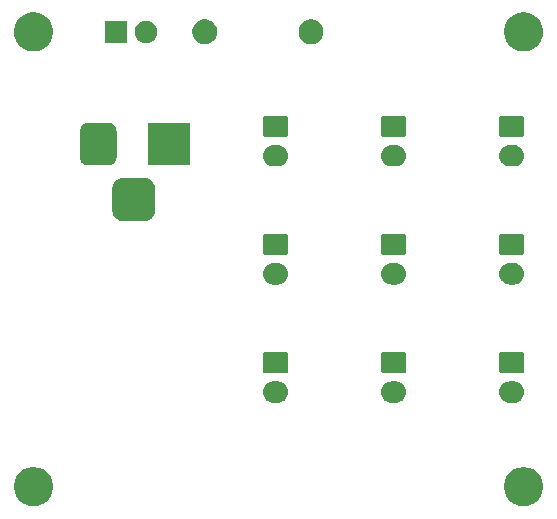
<source format=gbr>
G04 #@! TF.GenerationSoftware,KiCad,Pcbnew,(5.1.4)-1*
G04 #@! TF.CreationDate,2020-10-16T13:25:57+03:00*
G04 #@! TF.ProjectId,12V5A_breakout,31325635-415f-4627-9265-616b6f75742e,rev?*
G04 #@! TF.SameCoordinates,Original*
G04 #@! TF.FileFunction,Soldermask,Bot*
G04 #@! TF.FilePolarity,Negative*
%FSLAX46Y46*%
G04 Gerber Fmt 4.6, Leading zero omitted, Abs format (unit mm)*
G04 Created by KiCad (PCBNEW (5.1.4)-1) date 2020-10-16 13:25:57*
%MOMM*%
%LPD*%
G04 APERTURE LIST*
%ADD10C,0.100000*%
G04 APERTURE END LIST*
D10*
G36*
X120375256Y-79891298D02*
G01*
X120481579Y-79912447D01*
X120782042Y-80036903D01*
X121052451Y-80217585D01*
X121282415Y-80447549D01*
X121463097Y-80717958D01*
X121587553Y-81018421D01*
X121651000Y-81337391D01*
X121651000Y-81662609D01*
X121587553Y-81981579D01*
X121463097Y-82282042D01*
X121282415Y-82552451D01*
X121052451Y-82782415D01*
X120782042Y-82963097D01*
X120481579Y-83087553D01*
X120375256Y-83108702D01*
X120162611Y-83151000D01*
X119837389Y-83151000D01*
X119624744Y-83108702D01*
X119518421Y-83087553D01*
X119217958Y-82963097D01*
X118947549Y-82782415D01*
X118717585Y-82552451D01*
X118536903Y-82282042D01*
X118412447Y-81981579D01*
X118349000Y-81662609D01*
X118349000Y-81337391D01*
X118412447Y-81018421D01*
X118536903Y-80717958D01*
X118717585Y-80447549D01*
X118947549Y-80217585D01*
X119217958Y-80036903D01*
X119518421Y-79912447D01*
X119624744Y-79891298D01*
X119837389Y-79849000D01*
X120162611Y-79849000D01*
X120375256Y-79891298D01*
X120375256Y-79891298D01*
G37*
G36*
X78875256Y-79891298D02*
G01*
X78981579Y-79912447D01*
X79282042Y-80036903D01*
X79552451Y-80217585D01*
X79782415Y-80447549D01*
X79963097Y-80717958D01*
X80087553Y-81018421D01*
X80151000Y-81337391D01*
X80151000Y-81662609D01*
X80087553Y-81981579D01*
X79963097Y-82282042D01*
X79782415Y-82552451D01*
X79552451Y-82782415D01*
X79282042Y-82963097D01*
X78981579Y-83087553D01*
X78875256Y-83108702D01*
X78662611Y-83151000D01*
X78337389Y-83151000D01*
X78124744Y-83108702D01*
X78018421Y-83087553D01*
X77717958Y-82963097D01*
X77447549Y-82782415D01*
X77217585Y-82552451D01*
X77036903Y-82282042D01*
X76912447Y-81981579D01*
X76849000Y-81662609D01*
X76849000Y-81337391D01*
X76912447Y-81018421D01*
X77036903Y-80717958D01*
X77217585Y-80447549D01*
X77447549Y-80217585D01*
X77717958Y-80036903D01*
X78018421Y-79912447D01*
X78124744Y-79891298D01*
X78337389Y-79849000D01*
X78662611Y-79849000D01*
X78875256Y-79891298D01*
X78875256Y-79891298D01*
G37*
G36*
X119260443Y-72605519D02*
G01*
X119326627Y-72612037D01*
X119496466Y-72663557D01*
X119652991Y-72747222D01*
X119688729Y-72776552D01*
X119790186Y-72859814D01*
X119873448Y-72961271D01*
X119902778Y-72997009D01*
X119986443Y-73153534D01*
X120037963Y-73323373D01*
X120055359Y-73500000D01*
X120037963Y-73676627D01*
X119986443Y-73846466D01*
X119902778Y-74002991D01*
X119873448Y-74038729D01*
X119790186Y-74140186D01*
X119688729Y-74223448D01*
X119652991Y-74252778D01*
X119496466Y-74336443D01*
X119326627Y-74387963D01*
X119260442Y-74394482D01*
X119194260Y-74401000D01*
X118805740Y-74401000D01*
X118739558Y-74394482D01*
X118673373Y-74387963D01*
X118503534Y-74336443D01*
X118347009Y-74252778D01*
X118311271Y-74223448D01*
X118209814Y-74140186D01*
X118126552Y-74038729D01*
X118097222Y-74002991D01*
X118013557Y-73846466D01*
X117962037Y-73676627D01*
X117944641Y-73500000D01*
X117962037Y-73323373D01*
X118013557Y-73153534D01*
X118097222Y-72997009D01*
X118126552Y-72961271D01*
X118209814Y-72859814D01*
X118311271Y-72776552D01*
X118347009Y-72747222D01*
X118503534Y-72663557D01*
X118673373Y-72612037D01*
X118739557Y-72605519D01*
X118805740Y-72599000D01*
X119194260Y-72599000D01*
X119260443Y-72605519D01*
X119260443Y-72605519D01*
G37*
G36*
X109260443Y-72605519D02*
G01*
X109326627Y-72612037D01*
X109496466Y-72663557D01*
X109652991Y-72747222D01*
X109688729Y-72776552D01*
X109790186Y-72859814D01*
X109873448Y-72961271D01*
X109902778Y-72997009D01*
X109986443Y-73153534D01*
X110037963Y-73323373D01*
X110055359Y-73500000D01*
X110037963Y-73676627D01*
X109986443Y-73846466D01*
X109902778Y-74002991D01*
X109873448Y-74038729D01*
X109790186Y-74140186D01*
X109688729Y-74223448D01*
X109652991Y-74252778D01*
X109496466Y-74336443D01*
X109326627Y-74387963D01*
X109260442Y-74394482D01*
X109194260Y-74401000D01*
X108805740Y-74401000D01*
X108739558Y-74394482D01*
X108673373Y-74387963D01*
X108503534Y-74336443D01*
X108347009Y-74252778D01*
X108311271Y-74223448D01*
X108209814Y-74140186D01*
X108126552Y-74038729D01*
X108097222Y-74002991D01*
X108013557Y-73846466D01*
X107962037Y-73676627D01*
X107944641Y-73500000D01*
X107962037Y-73323373D01*
X108013557Y-73153534D01*
X108097222Y-72997009D01*
X108126552Y-72961271D01*
X108209814Y-72859814D01*
X108311271Y-72776552D01*
X108347009Y-72747222D01*
X108503534Y-72663557D01*
X108673373Y-72612037D01*
X108739557Y-72605519D01*
X108805740Y-72599000D01*
X109194260Y-72599000D01*
X109260443Y-72605519D01*
X109260443Y-72605519D01*
G37*
G36*
X99260443Y-72605519D02*
G01*
X99326627Y-72612037D01*
X99496466Y-72663557D01*
X99652991Y-72747222D01*
X99688729Y-72776552D01*
X99790186Y-72859814D01*
X99873448Y-72961271D01*
X99902778Y-72997009D01*
X99986443Y-73153534D01*
X100037963Y-73323373D01*
X100055359Y-73500000D01*
X100037963Y-73676627D01*
X99986443Y-73846466D01*
X99902778Y-74002991D01*
X99873448Y-74038729D01*
X99790186Y-74140186D01*
X99688729Y-74223448D01*
X99652991Y-74252778D01*
X99496466Y-74336443D01*
X99326627Y-74387963D01*
X99260442Y-74394482D01*
X99194260Y-74401000D01*
X98805740Y-74401000D01*
X98739558Y-74394482D01*
X98673373Y-74387963D01*
X98503534Y-74336443D01*
X98347009Y-74252778D01*
X98311271Y-74223448D01*
X98209814Y-74140186D01*
X98126552Y-74038729D01*
X98097222Y-74002991D01*
X98013557Y-73846466D01*
X97962037Y-73676627D01*
X97944641Y-73500000D01*
X97962037Y-73323373D01*
X98013557Y-73153534D01*
X98097222Y-72997009D01*
X98126552Y-72961271D01*
X98209814Y-72859814D01*
X98311271Y-72776552D01*
X98347009Y-72747222D01*
X98503534Y-72663557D01*
X98673373Y-72612037D01*
X98739557Y-72605519D01*
X98805740Y-72599000D01*
X99194260Y-72599000D01*
X99260443Y-72605519D01*
X99260443Y-72605519D01*
G37*
G36*
X119908600Y-70102989D02*
G01*
X119941652Y-70113015D01*
X119972103Y-70129292D01*
X119998799Y-70151201D01*
X120020708Y-70177897D01*
X120036985Y-70208348D01*
X120047011Y-70241400D01*
X120051000Y-70281903D01*
X120051000Y-71718097D01*
X120047011Y-71758600D01*
X120036985Y-71791652D01*
X120020708Y-71822103D01*
X119998799Y-71848799D01*
X119972103Y-71870708D01*
X119941652Y-71886985D01*
X119908600Y-71897011D01*
X119868097Y-71901000D01*
X118131903Y-71901000D01*
X118091400Y-71897011D01*
X118058348Y-71886985D01*
X118027897Y-71870708D01*
X118001201Y-71848799D01*
X117979292Y-71822103D01*
X117963015Y-71791652D01*
X117952989Y-71758600D01*
X117949000Y-71718097D01*
X117949000Y-70281903D01*
X117952989Y-70241400D01*
X117963015Y-70208348D01*
X117979292Y-70177897D01*
X118001201Y-70151201D01*
X118027897Y-70129292D01*
X118058348Y-70113015D01*
X118091400Y-70102989D01*
X118131903Y-70099000D01*
X119868097Y-70099000D01*
X119908600Y-70102989D01*
X119908600Y-70102989D01*
G37*
G36*
X109908600Y-70102989D02*
G01*
X109941652Y-70113015D01*
X109972103Y-70129292D01*
X109998799Y-70151201D01*
X110020708Y-70177897D01*
X110036985Y-70208348D01*
X110047011Y-70241400D01*
X110051000Y-70281903D01*
X110051000Y-71718097D01*
X110047011Y-71758600D01*
X110036985Y-71791652D01*
X110020708Y-71822103D01*
X109998799Y-71848799D01*
X109972103Y-71870708D01*
X109941652Y-71886985D01*
X109908600Y-71897011D01*
X109868097Y-71901000D01*
X108131903Y-71901000D01*
X108091400Y-71897011D01*
X108058348Y-71886985D01*
X108027897Y-71870708D01*
X108001201Y-71848799D01*
X107979292Y-71822103D01*
X107963015Y-71791652D01*
X107952989Y-71758600D01*
X107949000Y-71718097D01*
X107949000Y-70281903D01*
X107952989Y-70241400D01*
X107963015Y-70208348D01*
X107979292Y-70177897D01*
X108001201Y-70151201D01*
X108027897Y-70129292D01*
X108058348Y-70113015D01*
X108091400Y-70102989D01*
X108131903Y-70099000D01*
X109868097Y-70099000D01*
X109908600Y-70102989D01*
X109908600Y-70102989D01*
G37*
G36*
X99908600Y-70102989D02*
G01*
X99941652Y-70113015D01*
X99972103Y-70129292D01*
X99998799Y-70151201D01*
X100020708Y-70177897D01*
X100036985Y-70208348D01*
X100047011Y-70241400D01*
X100051000Y-70281903D01*
X100051000Y-71718097D01*
X100047011Y-71758600D01*
X100036985Y-71791652D01*
X100020708Y-71822103D01*
X99998799Y-71848799D01*
X99972103Y-71870708D01*
X99941652Y-71886985D01*
X99908600Y-71897011D01*
X99868097Y-71901000D01*
X98131903Y-71901000D01*
X98091400Y-71897011D01*
X98058348Y-71886985D01*
X98027897Y-71870708D01*
X98001201Y-71848799D01*
X97979292Y-71822103D01*
X97963015Y-71791652D01*
X97952989Y-71758600D01*
X97949000Y-71718097D01*
X97949000Y-70281903D01*
X97952989Y-70241400D01*
X97963015Y-70208348D01*
X97979292Y-70177897D01*
X98001201Y-70151201D01*
X98027897Y-70129292D01*
X98058348Y-70113015D01*
X98091400Y-70102989D01*
X98131903Y-70099000D01*
X99868097Y-70099000D01*
X99908600Y-70102989D01*
X99908600Y-70102989D01*
G37*
G36*
X99260442Y-62605518D02*
G01*
X99326627Y-62612037D01*
X99496466Y-62663557D01*
X99652991Y-62747222D01*
X99688729Y-62776552D01*
X99790186Y-62859814D01*
X99873448Y-62961271D01*
X99902778Y-62997009D01*
X99986443Y-63153534D01*
X100037963Y-63323373D01*
X100055359Y-63500000D01*
X100037963Y-63676627D01*
X99986443Y-63846466D01*
X99902778Y-64002991D01*
X99873448Y-64038729D01*
X99790186Y-64140186D01*
X99688729Y-64223448D01*
X99652991Y-64252778D01*
X99496466Y-64336443D01*
X99326627Y-64387963D01*
X99260442Y-64394482D01*
X99194260Y-64401000D01*
X98805740Y-64401000D01*
X98739558Y-64394482D01*
X98673373Y-64387963D01*
X98503534Y-64336443D01*
X98347009Y-64252778D01*
X98311271Y-64223448D01*
X98209814Y-64140186D01*
X98126552Y-64038729D01*
X98097222Y-64002991D01*
X98013557Y-63846466D01*
X97962037Y-63676627D01*
X97944641Y-63500000D01*
X97962037Y-63323373D01*
X98013557Y-63153534D01*
X98097222Y-62997009D01*
X98126552Y-62961271D01*
X98209814Y-62859814D01*
X98311271Y-62776552D01*
X98347009Y-62747222D01*
X98503534Y-62663557D01*
X98673373Y-62612037D01*
X98739558Y-62605518D01*
X98805740Y-62599000D01*
X99194260Y-62599000D01*
X99260442Y-62605518D01*
X99260442Y-62605518D01*
G37*
G36*
X119260442Y-62605518D02*
G01*
X119326627Y-62612037D01*
X119496466Y-62663557D01*
X119652991Y-62747222D01*
X119688729Y-62776552D01*
X119790186Y-62859814D01*
X119873448Y-62961271D01*
X119902778Y-62997009D01*
X119986443Y-63153534D01*
X120037963Y-63323373D01*
X120055359Y-63500000D01*
X120037963Y-63676627D01*
X119986443Y-63846466D01*
X119902778Y-64002991D01*
X119873448Y-64038729D01*
X119790186Y-64140186D01*
X119688729Y-64223448D01*
X119652991Y-64252778D01*
X119496466Y-64336443D01*
X119326627Y-64387963D01*
X119260442Y-64394482D01*
X119194260Y-64401000D01*
X118805740Y-64401000D01*
X118739558Y-64394482D01*
X118673373Y-64387963D01*
X118503534Y-64336443D01*
X118347009Y-64252778D01*
X118311271Y-64223448D01*
X118209814Y-64140186D01*
X118126552Y-64038729D01*
X118097222Y-64002991D01*
X118013557Y-63846466D01*
X117962037Y-63676627D01*
X117944641Y-63500000D01*
X117962037Y-63323373D01*
X118013557Y-63153534D01*
X118097222Y-62997009D01*
X118126552Y-62961271D01*
X118209814Y-62859814D01*
X118311271Y-62776552D01*
X118347009Y-62747222D01*
X118503534Y-62663557D01*
X118673373Y-62612037D01*
X118739558Y-62605518D01*
X118805740Y-62599000D01*
X119194260Y-62599000D01*
X119260442Y-62605518D01*
X119260442Y-62605518D01*
G37*
G36*
X109260442Y-62605518D02*
G01*
X109326627Y-62612037D01*
X109496466Y-62663557D01*
X109652991Y-62747222D01*
X109688729Y-62776552D01*
X109790186Y-62859814D01*
X109873448Y-62961271D01*
X109902778Y-62997009D01*
X109986443Y-63153534D01*
X110037963Y-63323373D01*
X110055359Y-63500000D01*
X110037963Y-63676627D01*
X109986443Y-63846466D01*
X109902778Y-64002991D01*
X109873448Y-64038729D01*
X109790186Y-64140186D01*
X109688729Y-64223448D01*
X109652991Y-64252778D01*
X109496466Y-64336443D01*
X109326627Y-64387963D01*
X109260442Y-64394482D01*
X109194260Y-64401000D01*
X108805740Y-64401000D01*
X108739558Y-64394482D01*
X108673373Y-64387963D01*
X108503534Y-64336443D01*
X108347009Y-64252778D01*
X108311271Y-64223448D01*
X108209814Y-64140186D01*
X108126552Y-64038729D01*
X108097222Y-64002991D01*
X108013557Y-63846466D01*
X107962037Y-63676627D01*
X107944641Y-63500000D01*
X107962037Y-63323373D01*
X108013557Y-63153534D01*
X108097222Y-62997009D01*
X108126552Y-62961271D01*
X108209814Y-62859814D01*
X108311271Y-62776552D01*
X108347009Y-62747222D01*
X108503534Y-62663557D01*
X108673373Y-62612037D01*
X108739558Y-62605518D01*
X108805740Y-62599000D01*
X109194260Y-62599000D01*
X109260442Y-62605518D01*
X109260442Y-62605518D01*
G37*
G36*
X99908600Y-60102989D02*
G01*
X99941652Y-60113015D01*
X99972103Y-60129292D01*
X99998799Y-60151201D01*
X100020708Y-60177897D01*
X100036985Y-60208348D01*
X100047011Y-60241400D01*
X100051000Y-60281903D01*
X100051000Y-61718097D01*
X100047011Y-61758600D01*
X100036985Y-61791652D01*
X100020708Y-61822103D01*
X99998799Y-61848799D01*
X99972103Y-61870708D01*
X99941652Y-61886985D01*
X99908600Y-61897011D01*
X99868097Y-61901000D01*
X98131903Y-61901000D01*
X98091400Y-61897011D01*
X98058348Y-61886985D01*
X98027897Y-61870708D01*
X98001201Y-61848799D01*
X97979292Y-61822103D01*
X97963015Y-61791652D01*
X97952989Y-61758600D01*
X97949000Y-61718097D01*
X97949000Y-60281903D01*
X97952989Y-60241400D01*
X97963015Y-60208348D01*
X97979292Y-60177897D01*
X98001201Y-60151201D01*
X98027897Y-60129292D01*
X98058348Y-60113015D01*
X98091400Y-60102989D01*
X98131903Y-60099000D01*
X99868097Y-60099000D01*
X99908600Y-60102989D01*
X99908600Y-60102989D01*
G37*
G36*
X109908600Y-60102989D02*
G01*
X109941652Y-60113015D01*
X109972103Y-60129292D01*
X109998799Y-60151201D01*
X110020708Y-60177897D01*
X110036985Y-60208348D01*
X110047011Y-60241400D01*
X110051000Y-60281903D01*
X110051000Y-61718097D01*
X110047011Y-61758600D01*
X110036985Y-61791652D01*
X110020708Y-61822103D01*
X109998799Y-61848799D01*
X109972103Y-61870708D01*
X109941652Y-61886985D01*
X109908600Y-61897011D01*
X109868097Y-61901000D01*
X108131903Y-61901000D01*
X108091400Y-61897011D01*
X108058348Y-61886985D01*
X108027897Y-61870708D01*
X108001201Y-61848799D01*
X107979292Y-61822103D01*
X107963015Y-61791652D01*
X107952989Y-61758600D01*
X107949000Y-61718097D01*
X107949000Y-60281903D01*
X107952989Y-60241400D01*
X107963015Y-60208348D01*
X107979292Y-60177897D01*
X108001201Y-60151201D01*
X108027897Y-60129292D01*
X108058348Y-60113015D01*
X108091400Y-60102989D01*
X108131903Y-60099000D01*
X109868097Y-60099000D01*
X109908600Y-60102989D01*
X109908600Y-60102989D01*
G37*
G36*
X119908600Y-60102989D02*
G01*
X119941652Y-60113015D01*
X119972103Y-60129292D01*
X119998799Y-60151201D01*
X120020708Y-60177897D01*
X120036985Y-60208348D01*
X120047011Y-60241400D01*
X120051000Y-60281903D01*
X120051000Y-61718097D01*
X120047011Y-61758600D01*
X120036985Y-61791652D01*
X120020708Y-61822103D01*
X119998799Y-61848799D01*
X119972103Y-61870708D01*
X119941652Y-61886985D01*
X119908600Y-61897011D01*
X119868097Y-61901000D01*
X118131903Y-61901000D01*
X118091400Y-61897011D01*
X118058348Y-61886985D01*
X118027897Y-61870708D01*
X118001201Y-61848799D01*
X117979292Y-61822103D01*
X117963015Y-61791652D01*
X117952989Y-61758600D01*
X117949000Y-61718097D01*
X117949000Y-60281903D01*
X117952989Y-60241400D01*
X117963015Y-60208348D01*
X117979292Y-60177897D01*
X118001201Y-60151201D01*
X118027897Y-60129292D01*
X118058348Y-60113015D01*
X118091400Y-60102989D01*
X118131903Y-60099000D01*
X119868097Y-60099000D01*
X119908600Y-60102989D01*
X119908600Y-60102989D01*
G37*
G36*
X88126366Y-55415695D02*
G01*
X88283460Y-55463349D01*
X88428231Y-55540731D01*
X88555128Y-55644872D01*
X88659269Y-55771769D01*
X88736651Y-55916540D01*
X88784305Y-56073634D01*
X88801000Y-56243140D01*
X88801000Y-58156860D01*
X88784305Y-58326366D01*
X88736651Y-58483460D01*
X88659269Y-58628231D01*
X88555128Y-58755128D01*
X88428231Y-58859269D01*
X88283460Y-58936651D01*
X88126366Y-58984305D01*
X87956860Y-59001000D01*
X86043140Y-59001000D01*
X85873634Y-58984305D01*
X85716540Y-58936651D01*
X85571769Y-58859269D01*
X85444872Y-58755128D01*
X85340731Y-58628231D01*
X85263349Y-58483460D01*
X85215695Y-58326366D01*
X85199000Y-58156860D01*
X85199000Y-56243140D01*
X85215695Y-56073634D01*
X85263349Y-55916540D01*
X85340731Y-55771769D01*
X85444872Y-55644872D01*
X85571769Y-55540731D01*
X85716540Y-55463349D01*
X85873634Y-55415695D01*
X86043140Y-55399000D01*
X87956860Y-55399000D01*
X88126366Y-55415695D01*
X88126366Y-55415695D01*
G37*
G36*
X99260443Y-52605519D02*
G01*
X99326627Y-52612037D01*
X99496466Y-52663557D01*
X99652991Y-52747222D01*
X99688729Y-52776552D01*
X99790186Y-52859814D01*
X99873448Y-52961271D01*
X99902778Y-52997009D01*
X99986443Y-53153534D01*
X100037963Y-53323373D01*
X100055359Y-53500000D01*
X100037963Y-53676627D01*
X99986443Y-53846466D01*
X99902778Y-54002991D01*
X99873448Y-54038729D01*
X99790186Y-54140186D01*
X99688729Y-54223448D01*
X99652991Y-54252778D01*
X99496466Y-54336443D01*
X99326627Y-54387963D01*
X99260443Y-54394481D01*
X99194260Y-54401000D01*
X98805740Y-54401000D01*
X98739557Y-54394481D01*
X98673373Y-54387963D01*
X98503534Y-54336443D01*
X98347009Y-54252778D01*
X98311271Y-54223448D01*
X98209814Y-54140186D01*
X98126552Y-54038729D01*
X98097222Y-54002991D01*
X98013557Y-53846466D01*
X97962037Y-53676627D01*
X97944641Y-53500000D01*
X97962037Y-53323373D01*
X98013557Y-53153534D01*
X98097222Y-52997009D01*
X98126552Y-52961271D01*
X98209814Y-52859814D01*
X98311271Y-52776552D01*
X98347009Y-52747222D01*
X98503534Y-52663557D01*
X98673373Y-52612037D01*
X98739557Y-52605519D01*
X98805740Y-52599000D01*
X99194260Y-52599000D01*
X99260443Y-52605519D01*
X99260443Y-52605519D01*
G37*
G36*
X119260443Y-52605519D02*
G01*
X119326627Y-52612037D01*
X119496466Y-52663557D01*
X119652991Y-52747222D01*
X119688729Y-52776552D01*
X119790186Y-52859814D01*
X119873448Y-52961271D01*
X119902778Y-52997009D01*
X119986443Y-53153534D01*
X120037963Y-53323373D01*
X120055359Y-53500000D01*
X120037963Y-53676627D01*
X119986443Y-53846466D01*
X119902778Y-54002991D01*
X119873448Y-54038729D01*
X119790186Y-54140186D01*
X119688729Y-54223448D01*
X119652991Y-54252778D01*
X119496466Y-54336443D01*
X119326627Y-54387963D01*
X119260443Y-54394481D01*
X119194260Y-54401000D01*
X118805740Y-54401000D01*
X118739557Y-54394481D01*
X118673373Y-54387963D01*
X118503534Y-54336443D01*
X118347009Y-54252778D01*
X118311271Y-54223448D01*
X118209814Y-54140186D01*
X118126552Y-54038729D01*
X118097222Y-54002991D01*
X118013557Y-53846466D01*
X117962037Y-53676627D01*
X117944641Y-53500000D01*
X117962037Y-53323373D01*
X118013557Y-53153534D01*
X118097222Y-52997009D01*
X118126552Y-52961271D01*
X118209814Y-52859814D01*
X118311271Y-52776552D01*
X118347009Y-52747222D01*
X118503534Y-52663557D01*
X118673373Y-52612037D01*
X118739557Y-52605519D01*
X118805740Y-52599000D01*
X119194260Y-52599000D01*
X119260443Y-52605519D01*
X119260443Y-52605519D01*
G37*
G36*
X109260443Y-52605519D02*
G01*
X109326627Y-52612037D01*
X109496466Y-52663557D01*
X109652991Y-52747222D01*
X109688729Y-52776552D01*
X109790186Y-52859814D01*
X109873448Y-52961271D01*
X109902778Y-52997009D01*
X109986443Y-53153534D01*
X110037963Y-53323373D01*
X110055359Y-53500000D01*
X110037963Y-53676627D01*
X109986443Y-53846466D01*
X109902778Y-54002991D01*
X109873448Y-54038729D01*
X109790186Y-54140186D01*
X109688729Y-54223448D01*
X109652991Y-54252778D01*
X109496466Y-54336443D01*
X109326627Y-54387963D01*
X109260443Y-54394481D01*
X109194260Y-54401000D01*
X108805740Y-54401000D01*
X108739557Y-54394481D01*
X108673373Y-54387963D01*
X108503534Y-54336443D01*
X108347009Y-54252778D01*
X108311271Y-54223448D01*
X108209814Y-54140186D01*
X108126552Y-54038729D01*
X108097222Y-54002991D01*
X108013557Y-53846466D01*
X107962037Y-53676627D01*
X107944641Y-53500000D01*
X107962037Y-53323373D01*
X108013557Y-53153534D01*
X108097222Y-52997009D01*
X108126552Y-52961271D01*
X108209814Y-52859814D01*
X108311271Y-52776552D01*
X108347009Y-52747222D01*
X108503534Y-52663557D01*
X108673373Y-52612037D01*
X108739557Y-52605519D01*
X108805740Y-52599000D01*
X109194260Y-52599000D01*
X109260443Y-52605519D01*
X109260443Y-52605519D01*
G37*
G36*
X91801000Y-54301000D02*
G01*
X88199000Y-54301000D01*
X88199000Y-50699000D01*
X91801000Y-50699000D01*
X91801000Y-54301000D01*
X91801000Y-54301000D01*
G37*
G36*
X84976979Y-50713293D02*
G01*
X85110625Y-50753834D01*
X85233784Y-50819664D01*
X85341740Y-50908260D01*
X85430336Y-51016216D01*
X85496166Y-51139375D01*
X85536707Y-51273021D01*
X85551000Y-51418140D01*
X85551000Y-53581860D01*
X85536707Y-53726979D01*
X85496166Y-53860625D01*
X85430336Y-53983784D01*
X85341740Y-54091740D01*
X85233784Y-54180336D01*
X85110625Y-54246166D01*
X84976979Y-54286707D01*
X84831860Y-54301000D01*
X83168140Y-54301000D01*
X83023021Y-54286707D01*
X82889375Y-54246166D01*
X82766216Y-54180336D01*
X82658260Y-54091740D01*
X82569664Y-53983784D01*
X82503834Y-53860625D01*
X82463293Y-53726979D01*
X82449000Y-53581860D01*
X82449000Y-51418140D01*
X82463293Y-51273021D01*
X82503834Y-51139375D01*
X82569664Y-51016216D01*
X82658260Y-50908260D01*
X82766216Y-50819664D01*
X82889375Y-50753834D01*
X83023021Y-50713293D01*
X83168140Y-50699000D01*
X84831860Y-50699000D01*
X84976979Y-50713293D01*
X84976979Y-50713293D01*
G37*
G36*
X99908600Y-50102989D02*
G01*
X99941652Y-50113015D01*
X99972103Y-50129292D01*
X99998799Y-50151201D01*
X100020708Y-50177897D01*
X100036985Y-50208348D01*
X100047011Y-50241400D01*
X100051000Y-50281903D01*
X100051000Y-51718097D01*
X100047011Y-51758600D01*
X100036985Y-51791652D01*
X100020708Y-51822103D01*
X99998799Y-51848799D01*
X99972103Y-51870708D01*
X99941652Y-51886985D01*
X99908600Y-51897011D01*
X99868097Y-51901000D01*
X98131903Y-51901000D01*
X98091400Y-51897011D01*
X98058348Y-51886985D01*
X98027897Y-51870708D01*
X98001201Y-51848799D01*
X97979292Y-51822103D01*
X97963015Y-51791652D01*
X97952989Y-51758600D01*
X97949000Y-51718097D01*
X97949000Y-50281903D01*
X97952989Y-50241400D01*
X97963015Y-50208348D01*
X97979292Y-50177897D01*
X98001201Y-50151201D01*
X98027897Y-50129292D01*
X98058348Y-50113015D01*
X98091400Y-50102989D01*
X98131903Y-50099000D01*
X99868097Y-50099000D01*
X99908600Y-50102989D01*
X99908600Y-50102989D01*
G37*
G36*
X109908600Y-50102989D02*
G01*
X109941652Y-50113015D01*
X109972103Y-50129292D01*
X109998799Y-50151201D01*
X110020708Y-50177897D01*
X110036985Y-50208348D01*
X110047011Y-50241400D01*
X110051000Y-50281903D01*
X110051000Y-51718097D01*
X110047011Y-51758600D01*
X110036985Y-51791652D01*
X110020708Y-51822103D01*
X109998799Y-51848799D01*
X109972103Y-51870708D01*
X109941652Y-51886985D01*
X109908600Y-51897011D01*
X109868097Y-51901000D01*
X108131903Y-51901000D01*
X108091400Y-51897011D01*
X108058348Y-51886985D01*
X108027897Y-51870708D01*
X108001201Y-51848799D01*
X107979292Y-51822103D01*
X107963015Y-51791652D01*
X107952989Y-51758600D01*
X107949000Y-51718097D01*
X107949000Y-50281903D01*
X107952989Y-50241400D01*
X107963015Y-50208348D01*
X107979292Y-50177897D01*
X108001201Y-50151201D01*
X108027897Y-50129292D01*
X108058348Y-50113015D01*
X108091400Y-50102989D01*
X108131903Y-50099000D01*
X109868097Y-50099000D01*
X109908600Y-50102989D01*
X109908600Y-50102989D01*
G37*
G36*
X119908600Y-50102989D02*
G01*
X119941652Y-50113015D01*
X119972103Y-50129292D01*
X119998799Y-50151201D01*
X120020708Y-50177897D01*
X120036985Y-50208348D01*
X120047011Y-50241400D01*
X120051000Y-50281903D01*
X120051000Y-51718097D01*
X120047011Y-51758600D01*
X120036985Y-51791652D01*
X120020708Y-51822103D01*
X119998799Y-51848799D01*
X119972103Y-51870708D01*
X119941652Y-51886985D01*
X119908600Y-51897011D01*
X119868097Y-51901000D01*
X118131903Y-51901000D01*
X118091400Y-51897011D01*
X118058348Y-51886985D01*
X118027897Y-51870708D01*
X118001201Y-51848799D01*
X117979292Y-51822103D01*
X117963015Y-51791652D01*
X117952989Y-51758600D01*
X117949000Y-51718097D01*
X117949000Y-50281903D01*
X117952989Y-50241400D01*
X117963015Y-50208348D01*
X117979292Y-50177897D01*
X118001201Y-50151201D01*
X118027897Y-50129292D01*
X118058348Y-50113015D01*
X118091400Y-50102989D01*
X118131903Y-50099000D01*
X119868097Y-50099000D01*
X119908600Y-50102989D01*
X119908600Y-50102989D01*
G37*
G36*
X78875256Y-41391298D02*
G01*
X78981579Y-41412447D01*
X79282042Y-41536903D01*
X79552451Y-41717585D01*
X79782415Y-41947549D01*
X79963097Y-42217958D01*
X80087553Y-42518421D01*
X80093742Y-42549534D01*
X80151000Y-42837389D01*
X80151000Y-43162611D01*
X80108702Y-43375256D01*
X80087553Y-43481579D01*
X79963097Y-43782042D01*
X79782415Y-44052451D01*
X79552451Y-44282415D01*
X79282042Y-44463097D01*
X78981579Y-44587553D01*
X78875256Y-44608702D01*
X78662611Y-44651000D01*
X78337389Y-44651000D01*
X78124744Y-44608702D01*
X78018421Y-44587553D01*
X77717958Y-44463097D01*
X77447549Y-44282415D01*
X77217585Y-44052451D01*
X77036903Y-43782042D01*
X76912447Y-43481579D01*
X76891298Y-43375256D01*
X76849000Y-43162611D01*
X76849000Y-42837389D01*
X76906258Y-42549534D01*
X76912447Y-42518421D01*
X77036903Y-42217958D01*
X77217585Y-41947549D01*
X77447549Y-41717585D01*
X77717958Y-41536903D01*
X78018421Y-41412447D01*
X78124744Y-41391298D01*
X78337389Y-41349000D01*
X78662611Y-41349000D01*
X78875256Y-41391298D01*
X78875256Y-41391298D01*
G37*
G36*
X120375256Y-41391298D02*
G01*
X120481579Y-41412447D01*
X120782042Y-41536903D01*
X121052451Y-41717585D01*
X121282415Y-41947549D01*
X121463097Y-42217958D01*
X121587553Y-42518421D01*
X121593742Y-42549534D01*
X121651000Y-42837389D01*
X121651000Y-43162611D01*
X121608702Y-43375256D01*
X121587553Y-43481579D01*
X121463097Y-43782042D01*
X121282415Y-44052451D01*
X121052451Y-44282415D01*
X120782042Y-44463097D01*
X120481579Y-44587553D01*
X120375256Y-44608702D01*
X120162611Y-44651000D01*
X119837389Y-44651000D01*
X119624744Y-44608702D01*
X119518421Y-44587553D01*
X119217958Y-44463097D01*
X118947549Y-44282415D01*
X118717585Y-44052451D01*
X118536903Y-43782042D01*
X118412447Y-43481579D01*
X118391298Y-43375256D01*
X118349000Y-43162611D01*
X118349000Y-42837389D01*
X118406258Y-42549534D01*
X118412447Y-42518421D01*
X118536903Y-42217958D01*
X118717585Y-41947549D01*
X118947549Y-41717585D01*
X119217958Y-41536903D01*
X119518421Y-41412447D01*
X119624744Y-41391298D01*
X119837389Y-41349000D01*
X120162611Y-41349000D01*
X120375256Y-41391298D01*
X120375256Y-41391298D01*
G37*
G36*
X102306564Y-41989389D02*
G01*
X102497833Y-42068615D01*
X102497835Y-42068616D01*
X102523174Y-42085547D01*
X102669973Y-42183635D01*
X102816365Y-42330027D01*
X102931385Y-42502167D01*
X103010611Y-42693436D01*
X103051000Y-42896484D01*
X103051000Y-43103516D01*
X103010611Y-43306564D01*
X102931385Y-43497833D01*
X102931384Y-43497835D01*
X102816365Y-43669973D01*
X102669973Y-43816365D01*
X102497835Y-43931384D01*
X102497834Y-43931385D01*
X102497833Y-43931385D01*
X102306564Y-44010611D01*
X102103516Y-44051000D01*
X101896484Y-44051000D01*
X101693436Y-44010611D01*
X101502167Y-43931385D01*
X101502166Y-43931385D01*
X101502165Y-43931384D01*
X101330027Y-43816365D01*
X101183635Y-43669973D01*
X101068616Y-43497835D01*
X101068615Y-43497833D01*
X100989389Y-43306564D01*
X100949000Y-43103516D01*
X100949000Y-42896484D01*
X100989389Y-42693436D01*
X101068615Y-42502167D01*
X101183635Y-42330027D01*
X101330027Y-42183635D01*
X101476826Y-42085547D01*
X101502165Y-42068616D01*
X101502167Y-42068615D01*
X101693436Y-41989389D01*
X101896484Y-41949000D01*
X102103516Y-41949000D01*
X102306564Y-41989389D01*
X102306564Y-41989389D01*
G37*
G36*
X93306564Y-41989389D02*
G01*
X93497833Y-42068615D01*
X93497835Y-42068616D01*
X93523174Y-42085547D01*
X93669973Y-42183635D01*
X93816365Y-42330027D01*
X93931385Y-42502167D01*
X94010611Y-42693436D01*
X94051000Y-42896484D01*
X94051000Y-43103516D01*
X94010611Y-43306564D01*
X93931385Y-43497833D01*
X93931384Y-43497835D01*
X93816365Y-43669973D01*
X93669973Y-43816365D01*
X93497835Y-43931384D01*
X93497834Y-43931385D01*
X93497833Y-43931385D01*
X93306564Y-44010611D01*
X93103516Y-44051000D01*
X92896484Y-44051000D01*
X92693436Y-44010611D01*
X92502167Y-43931385D01*
X92502166Y-43931385D01*
X92502165Y-43931384D01*
X92330027Y-43816365D01*
X92183635Y-43669973D01*
X92068616Y-43497835D01*
X92068615Y-43497833D01*
X91989389Y-43306564D01*
X91949000Y-43103516D01*
X91949000Y-42896484D01*
X91989389Y-42693436D01*
X92068615Y-42502167D01*
X92183635Y-42330027D01*
X92330027Y-42183635D01*
X92476826Y-42085547D01*
X92502165Y-42068616D01*
X92502167Y-42068615D01*
X92693436Y-41989389D01*
X92896484Y-41949000D01*
X93103516Y-41949000D01*
X93306564Y-41989389D01*
X93306564Y-41989389D01*
G37*
G36*
X88317395Y-42085546D02*
G01*
X88490466Y-42157234D01*
X88490467Y-42157235D01*
X88646227Y-42261310D01*
X88778690Y-42393773D01*
X88778691Y-42393775D01*
X88882766Y-42549534D01*
X88954454Y-42722605D01*
X88991000Y-42906333D01*
X88991000Y-43093667D01*
X88954454Y-43277395D01*
X88882766Y-43450466D01*
X88861977Y-43481579D01*
X88778690Y-43606227D01*
X88646227Y-43738690D01*
X88581349Y-43782040D01*
X88490466Y-43842766D01*
X88317395Y-43914454D01*
X88133667Y-43951000D01*
X87946333Y-43951000D01*
X87762605Y-43914454D01*
X87589534Y-43842766D01*
X87498651Y-43782040D01*
X87433773Y-43738690D01*
X87301310Y-43606227D01*
X87218023Y-43481579D01*
X87197234Y-43450466D01*
X87125546Y-43277395D01*
X87089000Y-43093667D01*
X87089000Y-42906333D01*
X87125546Y-42722605D01*
X87197234Y-42549534D01*
X87301309Y-42393775D01*
X87301310Y-42393773D01*
X87433773Y-42261310D01*
X87589533Y-42157235D01*
X87589534Y-42157234D01*
X87762605Y-42085546D01*
X87946333Y-42049000D01*
X88133667Y-42049000D01*
X88317395Y-42085546D01*
X88317395Y-42085546D01*
G37*
G36*
X86451000Y-43951000D02*
G01*
X84549000Y-43951000D01*
X84549000Y-42049000D01*
X86451000Y-42049000D01*
X86451000Y-43951000D01*
X86451000Y-43951000D01*
G37*
M02*

</source>
